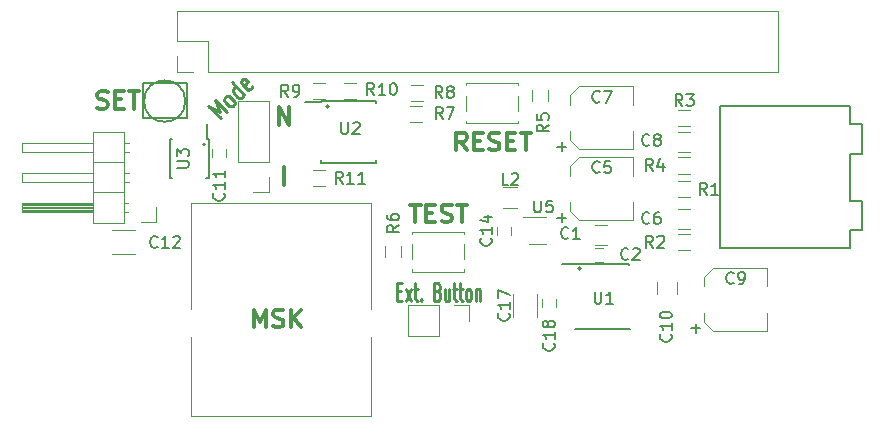
<source format=gto>
G04 #@! TF.FileFunction,Legend,Top*
%FSLAX46Y46*%
G04 Gerber Fmt 4.6, Leading zero omitted, Abs format (unit mm)*
G04 Created by KiCad (PCBNEW 4.0.7) date Sun Mar 11 16:41:06 2018*
%MOMM*%
%LPD*%
G01*
G04 APERTURE LIST*
%ADD10C,0.025400*%
%ADD11C,0.285750*%
%ADD12C,0.300000*%
%ADD13C,0.200000*%
%ADD14C,0.222250*%
%ADD15C,0.150000*%
%ADD16C,0.120000*%
G04 APERTURE END LIST*
D10*
D11*
X110247964Y-102515581D02*
X109187304Y-101454920D01*
X110214326Y-101943127D01*
X109726119Y-100916105D01*
X110786779Y-101976765D01*
X111287108Y-101476436D02*
X111159627Y-101502903D01*
X111070632Y-101490882D01*
X110931130Y-101428354D01*
X110628085Y-101125308D01*
X110565557Y-100985806D01*
X110553535Y-100896812D01*
X110580001Y-100769329D01*
X110695461Y-100653870D01*
X110822943Y-100627404D01*
X110911938Y-100639425D01*
X111051440Y-100701953D01*
X111354485Y-101004998D01*
X111417013Y-101144501D01*
X111429034Y-101233496D01*
X111402568Y-101360976D01*
X111287108Y-101476436D01*
X112249278Y-100514266D02*
X111188618Y-99453606D01*
X112198771Y-100463759D02*
X112172305Y-100591240D01*
X112018358Y-100745187D01*
X111890876Y-100771654D01*
X111801882Y-100759632D01*
X111662380Y-100697104D01*
X111359334Y-100394059D01*
X111296806Y-100254556D01*
X111284785Y-100165562D01*
X111311251Y-100038080D01*
X111465198Y-99884133D01*
X111592679Y-99857667D01*
X112891533Y-99770997D02*
X112865067Y-99898477D01*
X112711120Y-100052424D01*
X112583639Y-100078891D01*
X112444137Y-100016363D01*
X112040076Y-99612301D01*
X111977548Y-99472799D01*
X112004013Y-99345318D01*
X112157960Y-99191370D01*
X112285442Y-99164905D01*
X112424944Y-99227433D01*
X112525959Y-99328448D01*
X112242106Y-99814332D01*
D12*
X115636380Y-108123691D02*
X115636380Y-106623691D01*
X115182409Y-103069091D02*
X115182409Y-101569091D01*
X116039552Y-103069091D01*
X116039552Y-101569091D01*
D13*
X108909502Y-104727320D02*
G75*
G03X108909502Y-104727320I-80322J0D01*
G01*
D12*
X113048295Y-120193691D02*
X113048295Y-118693691D01*
X113548295Y-119765120D01*
X114048295Y-118693691D01*
X114048295Y-120193691D01*
X114691152Y-120122263D02*
X114905438Y-120193691D01*
X115262581Y-120193691D01*
X115405438Y-120122263D01*
X115476867Y-120050834D01*
X115548295Y-119907977D01*
X115548295Y-119765120D01*
X115476867Y-119622263D01*
X115405438Y-119550834D01*
X115262581Y-119479406D01*
X114976867Y-119407977D01*
X114834009Y-119336549D01*
X114762581Y-119265120D01*
X114691152Y-119122263D01*
X114691152Y-118979406D01*
X114762581Y-118836549D01*
X114834009Y-118765120D01*
X114976867Y-118693691D01*
X115334009Y-118693691D01*
X115548295Y-118765120D01*
X116191152Y-120193691D02*
X116191152Y-118693691D01*
X117048295Y-120193691D02*
X116405438Y-119336549D01*
X117048295Y-118693691D02*
X116191152Y-119550834D01*
X99810009Y-101622263D02*
X100024295Y-101693691D01*
X100381438Y-101693691D01*
X100524295Y-101622263D01*
X100595724Y-101550834D01*
X100667152Y-101407977D01*
X100667152Y-101265120D01*
X100595724Y-101122263D01*
X100524295Y-101050834D01*
X100381438Y-100979406D01*
X100095724Y-100907977D01*
X99952866Y-100836549D01*
X99881438Y-100765120D01*
X99810009Y-100622263D01*
X99810009Y-100479406D01*
X99881438Y-100336549D01*
X99952866Y-100265120D01*
X100095724Y-100193691D01*
X100452866Y-100193691D01*
X100667152Y-100265120D01*
X101310009Y-100907977D02*
X101810009Y-100907977D01*
X102024295Y-101693691D02*
X101310009Y-101693691D01*
X101310009Y-100193691D01*
X102024295Y-100193691D01*
X102452866Y-100193691D02*
X103310009Y-100193691D01*
X102881438Y-101693691D02*
X102881438Y-100193691D01*
D13*
X140762180Y-115197320D02*
G75*
G03X140762180Y-115197320I-127000J0D01*
G01*
X119426180Y-101481320D02*
G75*
G03X119426180Y-101481320I-127000J0D01*
G01*
D14*
X125203715Y-117167777D02*
X125500048Y-117167777D01*
X125627048Y-117953491D02*
X125203715Y-117953491D01*
X125203715Y-116453491D01*
X125627048Y-116453491D01*
X125923381Y-117953491D02*
X126389048Y-116953491D01*
X125923381Y-116953491D02*
X126389048Y-117953491D01*
X126600715Y-116953491D02*
X126939381Y-116953491D01*
X126727715Y-116453491D02*
X126727715Y-117739206D01*
X126770048Y-117882063D01*
X126854715Y-117953491D01*
X126939381Y-117953491D01*
X127235715Y-117810634D02*
X127278048Y-117882063D01*
X127235715Y-117953491D01*
X127193381Y-117882063D01*
X127235715Y-117810634D01*
X127235715Y-117953491D01*
X128632714Y-117167777D02*
X128759714Y-117239206D01*
X128802047Y-117310634D01*
X128844381Y-117453491D01*
X128844381Y-117667777D01*
X128802047Y-117810634D01*
X128759714Y-117882063D01*
X128675047Y-117953491D01*
X128336381Y-117953491D01*
X128336381Y-116453491D01*
X128632714Y-116453491D01*
X128717381Y-116524920D01*
X128759714Y-116596349D01*
X128802047Y-116739206D01*
X128802047Y-116882063D01*
X128759714Y-117024920D01*
X128717381Y-117096349D01*
X128632714Y-117167777D01*
X128336381Y-117167777D01*
X129606381Y-116953491D02*
X129606381Y-117953491D01*
X129225381Y-116953491D02*
X129225381Y-117739206D01*
X129267714Y-117882063D01*
X129352381Y-117953491D01*
X129479381Y-117953491D01*
X129564047Y-117882063D01*
X129606381Y-117810634D01*
X129902714Y-116953491D02*
X130241380Y-116953491D01*
X130029714Y-116453491D02*
X130029714Y-117739206D01*
X130072047Y-117882063D01*
X130156714Y-117953491D01*
X130241380Y-117953491D01*
X130410714Y-116953491D02*
X130749380Y-116953491D01*
X130537714Y-116453491D02*
X130537714Y-117739206D01*
X130580047Y-117882063D01*
X130664714Y-117953491D01*
X130749380Y-117953491D01*
X131172714Y-117953491D02*
X131088047Y-117882063D01*
X131045714Y-117810634D01*
X131003380Y-117667777D01*
X131003380Y-117239206D01*
X131045714Y-117096349D01*
X131088047Y-117024920D01*
X131172714Y-116953491D01*
X131299714Y-116953491D01*
X131384380Y-117024920D01*
X131426714Y-117096349D01*
X131469047Y-117239206D01*
X131469047Y-117667777D01*
X131426714Y-117810634D01*
X131384380Y-117882063D01*
X131299714Y-117953491D01*
X131172714Y-117953491D01*
X131850047Y-116953491D02*
X131850047Y-117953491D01*
X131850047Y-117096349D02*
X131892380Y-117024920D01*
X131977047Y-116953491D01*
X132104047Y-116953491D01*
X132188713Y-117024920D01*
X132231047Y-117167777D01*
X132231047Y-117953491D01*
D12*
X126304323Y-109803891D02*
X127161466Y-109803891D01*
X126732895Y-111303891D02*
X126732895Y-109803891D01*
X127661466Y-110518177D02*
X128161466Y-110518177D01*
X128375752Y-111303891D02*
X127661466Y-111303891D01*
X127661466Y-109803891D01*
X128375752Y-109803891D01*
X128947180Y-111232463D02*
X129161466Y-111303891D01*
X129518609Y-111303891D01*
X129661466Y-111232463D01*
X129732895Y-111161034D01*
X129804323Y-111018177D01*
X129804323Y-110875320D01*
X129732895Y-110732463D01*
X129661466Y-110661034D01*
X129518609Y-110589606D01*
X129232895Y-110518177D01*
X129090037Y-110446749D01*
X129018609Y-110375320D01*
X128947180Y-110232463D01*
X128947180Y-110089606D01*
X129018609Y-109946749D01*
X129090037Y-109875320D01*
X129232895Y-109803891D01*
X129590037Y-109803891D01*
X129804323Y-109875320D01*
X130232894Y-109803891D02*
X131090037Y-109803891D01*
X130661466Y-111303891D02*
X130661466Y-109803891D01*
X131060009Y-105207891D02*
X130560009Y-104493606D01*
X130202866Y-105207891D02*
X130202866Y-103707891D01*
X130774294Y-103707891D01*
X130917152Y-103779320D01*
X130988580Y-103850749D01*
X131060009Y-103993606D01*
X131060009Y-104207891D01*
X130988580Y-104350749D01*
X130917152Y-104422177D01*
X130774294Y-104493606D01*
X130202866Y-104493606D01*
X131702866Y-104422177D02*
X132202866Y-104422177D01*
X132417152Y-105207891D02*
X131702866Y-105207891D01*
X131702866Y-103707891D01*
X132417152Y-103707891D01*
X132988580Y-105136463D02*
X133202866Y-105207891D01*
X133560009Y-105207891D01*
X133702866Y-105136463D01*
X133774295Y-105065034D01*
X133845723Y-104922177D01*
X133845723Y-104779320D01*
X133774295Y-104636463D01*
X133702866Y-104565034D01*
X133560009Y-104493606D01*
X133274295Y-104422177D01*
X133131437Y-104350749D01*
X133060009Y-104279320D01*
X132988580Y-104136463D01*
X132988580Y-103993606D01*
X133060009Y-103850749D01*
X133131437Y-103779320D01*
X133274295Y-103707891D01*
X133631437Y-103707891D01*
X133845723Y-103779320D01*
X134488580Y-104422177D02*
X134988580Y-104422177D01*
X135202866Y-105207891D02*
X134488580Y-105207891D01*
X134488580Y-103707891D01*
X135202866Y-103707891D01*
X135631437Y-103707891D02*
X136488580Y-103707891D01*
X136060009Y-105207891D02*
X136060009Y-103707891D01*
D15*
X109259580Y-104246120D02*
X109084580Y-104246120D01*
X109259580Y-107596120D02*
X109009580Y-107596120D01*
X105909580Y-107596120D02*
X106159580Y-107596120D01*
X105909580Y-104246120D02*
X106159580Y-104246120D01*
X109259580Y-104246120D02*
X109259580Y-107596120D01*
X105909580Y-104246120D02*
X105909580Y-107596120D01*
X109084580Y-104246120D02*
X109084580Y-102996120D01*
D16*
X156513180Y-115174320D02*
X156513180Y-116724320D01*
X156513180Y-120504320D02*
X156513180Y-118954320D01*
X151173180Y-119744320D02*
X151173180Y-118954320D01*
X151173180Y-115934320D02*
X151173180Y-116724320D01*
X156513180Y-115174320D02*
X151933180Y-115174320D01*
X151933180Y-115174320D02*
X151173180Y-115934320D01*
X151173180Y-119744320D02*
X151933180Y-120504320D01*
X151933180Y-120504320D02*
X156513180Y-120504320D01*
X137052580Y-119367120D02*
X137052580Y-117367120D01*
X135012580Y-117367120D02*
X135012580Y-119367120D01*
D15*
X163500000Y-112000000D02*
X164000000Y-112000000D01*
X163500000Y-113500000D02*
X163500000Y-112000000D01*
X152500000Y-101500000D02*
X152500000Y-105500000D01*
X153000000Y-101500000D02*
X152500000Y-101500000D01*
X152500000Y-113500000D02*
X153000000Y-113500000D01*
X152500000Y-105500000D02*
X152500000Y-113500000D01*
X163500000Y-103000000D02*
X164500000Y-103000000D01*
X163500000Y-101500000D02*
X163500000Y-103000000D01*
X164000000Y-112000000D02*
X164500000Y-112000000D01*
X164500000Y-105500000D02*
X164500000Y-103000000D01*
X164500000Y-109500000D02*
X164500000Y-112000000D01*
X163500000Y-109500000D02*
X164500000Y-109500000D01*
X163500000Y-105500000D02*
X163500000Y-109500000D01*
X164500000Y-105500000D02*
X163500000Y-105500000D01*
X153000000Y-113500000D02*
X163500000Y-113500000D01*
X163500000Y-101500000D02*
X153000000Y-101500000D01*
D16*
X142636180Y-114654320D02*
X141936180Y-114654320D01*
X141936180Y-113454320D02*
X142636180Y-113454320D01*
X145170000Y-105810000D02*
X145170000Y-107360000D01*
X145170000Y-111140000D02*
X145170000Y-109590000D01*
X139830000Y-110380000D02*
X139830000Y-109590000D01*
X139830000Y-106570000D02*
X139830000Y-107360000D01*
X145170000Y-105810000D02*
X140590000Y-105810000D01*
X140590000Y-105810000D02*
X139830000Y-106570000D01*
X139830000Y-110380000D02*
X140590000Y-111140000D01*
X140590000Y-111140000D02*
X145170000Y-111140000D01*
X145170000Y-99810000D02*
X145170000Y-101360000D01*
X145170000Y-105140000D02*
X145170000Y-103590000D01*
X139830000Y-104380000D02*
X139830000Y-103590000D01*
X139830000Y-100570000D02*
X139830000Y-101360000D01*
X145170000Y-99810000D02*
X140590000Y-99810000D01*
X140590000Y-99810000D02*
X139830000Y-100570000D01*
X139830000Y-104380000D02*
X140590000Y-105140000D01*
X140590000Y-105140000D02*
X145170000Y-105140000D01*
X110724580Y-105063120D02*
X110724580Y-105763120D01*
X109524580Y-105763120D02*
X109524580Y-105063120D01*
X103000000Y-111980000D02*
X101000000Y-111980000D01*
X101000000Y-114020000D02*
X103000000Y-114020000D01*
X107750000Y-127720000D02*
X122990000Y-127720000D01*
X122990000Y-109690000D02*
X122980000Y-118680000D01*
X122990000Y-109690000D02*
X107750000Y-109690000D01*
X107750000Y-109690000D02*
X107750000Y-118690000D01*
X122980000Y-121020000D02*
X122990000Y-127720000D01*
X107750000Y-121010000D02*
X107750000Y-127720000D01*
X102060000Y-111370000D02*
X102060000Y-103630000D01*
X102060000Y-103630000D02*
X99400000Y-103630000D01*
X99400000Y-103630000D02*
X99400000Y-111370000D01*
X99400000Y-111370000D02*
X102060000Y-111370000D01*
X99400000Y-110420000D02*
X93400000Y-110420000D01*
X93400000Y-110420000D02*
X93400000Y-109660000D01*
X93400000Y-109660000D02*
X99400000Y-109660000D01*
X99400000Y-110360000D02*
X93400000Y-110360000D01*
X99400000Y-110240000D02*
X93400000Y-110240000D01*
X99400000Y-110120000D02*
X93400000Y-110120000D01*
X99400000Y-110000000D02*
X93400000Y-110000000D01*
X99400000Y-109880000D02*
X93400000Y-109880000D01*
X99400000Y-109760000D02*
X93400000Y-109760000D01*
X102390000Y-110420000D02*
X102060000Y-110420000D01*
X102390000Y-109660000D02*
X102060000Y-109660000D01*
X102060000Y-108770000D02*
X99400000Y-108770000D01*
X99400000Y-107880000D02*
X93400000Y-107880000D01*
X93400000Y-107880000D02*
X93400000Y-107120000D01*
X93400000Y-107120000D02*
X99400000Y-107120000D01*
X102457071Y-107880000D02*
X102060000Y-107880000D01*
X102457071Y-107120000D02*
X102060000Y-107120000D01*
X102060000Y-106230000D02*
X99400000Y-106230000D01*
X99400000Y-105340000D02*
X93400000Y-105340000D01*
X93400000Y-105340000D02*
X93400000Y-104580000D01*
X93400000Y-104580000D02*
X99400000Y-104580000D01*
X102457071Y-105340000D02*
X102060000Y-105340000D01*
X102457071Y-104580000D02*
X102060000Y-104580000D01*
X104770000Y-110040000D02*
X104770000Y-111310000D01*
X104770000Y-111310000D02*
X103500000Y-111310000D01*
X135362580Y-110103120D02*
X134162580Y-110103120D01*
X134162580Y-108343120D02*
X135362580Y-108343120D01*
X149000000Y-107820000D02*
X150000000Y-107820000D01*
X150000000Y-109180000D02*
X149000000Y-109180000D01*
X149000000Y-112320000D02*
X150000000Y-112320000D01*
X150000000Y-113680000D02*
X149000000Y-113680000D01*
X149000000Y-101820000D02*
X150000000Y-101820000D01*
X150000000Y-103180000D02*
X149000000Y-103180000D01*
X149000000Y-105820000D02*
X150000000Y-105820000D01*
X150000000Y-107180000D02*
X149000000Y-107180000D01*
X126292180Y-101436320D02*
X127292180Y-101436320D01*
X127292180Y-102796320D02*
X126292180Y-102796320D01*
X118037180Y-99531320D02*
X119037180Y-99531320D01*
X119037180Y-100891320D02*
X118037180Y-100891320D01*
X120704180Y-99531320D02*
X121704180Y-99531320D01*
X121704180Y-100891320D02*
X120704180Y-100891320D01*
X119037180Y-108257320D02*
X118037180Y-108257320D01*
X118037180Y-106897320D02*
X119037180Y-106897320D01*
D15*
X103625000Y-99500000D02*
X107375000Y-99500000D01*
X103625000Y-102500000D02*
X103625000Y-99500000D01*
X107375000Y-102500000D02*
X103625000Y-102500000D01*
X107375000Y-99500000D02*
X107375000Y-102500000D01*
X107250000Y-101050000D02*
G75*
G03X107250000Y-101050000I-1750000J0D01*
G01*
X144840180Y-114810320D02*
X144840180Y-114910320D01*
X144865180Y-120335320D02*
X144865180Y-120310320D01*
X140215180Y-120335320D02*
X140215180Y-120310320D01*
X139140180Y-114810320D02*
X144840180Y-114810320D01*
X140215180Y-120335320D02*
X144865180Y-120335320D01*
D16*
X157460000Y-98600000D02*
X157460000Y-93400000D01*
X109140000Y-98600000D02*
X157460000Y-98600000D01*
X106540000Y-93400000D02*
X157460000Y-93400000D01*
X109140000Y-98600000D02*
X109140000Y-96000000D01*
X109140000Y-96000000D02*
X106540000Y-96000000D01*
X106540000Y-96000000D02*
X106540000Y-93400000D01*
X107870000Y-98600000D02*
X106540000Y-98600000D01*
X106540000Y-98600000D02*
X106540000Y-97270000D01*
X126097180Y-118312320D02*
X126097180Y-120972320D01*
X128697180Y-118312320D02*
X126097180Y-118312320D01*
X128697180Y-120972320D02*
X126097180Y-120972320D01*
X128697180Y-118312320D02*
X128697180Y-120972320D01*
X129967180Y-118312320D02*
X131297180Y-118312320D01*
X131297180Y-118312320D02*
X131297180Y-119642320D01*
X137982580Y-100075120D02*
X137982580Y-101075120D01*
X136622580Y-101075120D02*
X136622580Y-100075120D01*
X125536580Y-113283120D02*
X125536580Y-114283120D01*
X124176580Y-114283120D02*
X124176580Y-113283120D01*
D15*
X118752180Y-101015320D02*
X118752180Y-101140320D01*
X123402180Y-101015320D02*
X123402180Y-101240320D01*
X123402180Y-106265320D02*
X123402180Y-106040320D01*
X118752180Y-106265320D02*
X118752180Y-106040320D01*
X118752180Y-101015320D02*
X123402180Y-101015320D01*
X118752180Y-106265320D02*
X123402180Y-106265320D01*
X118752180Y-101140320D02*
X117402180Y-101140320D01*
D16*
X126466580Y-115295120D02*
X126466580Y-115495120D01*
X126466580Y-113145120D02*
X126466580Y-114445120D01*
X126466580Y-112095120D02*
X126466580Y-112295120D01*
X130866580Y-112095120D02*
X126466580Y-112095120D01*
X130866580Y-112295120D02*
X130866580Y-112095120D01*
X130866580Y-114445120D02*
X130866580Y-113145120D01*
X130866580Y-115495120D02*
X130866580Y-115295120D01*
X126466580Y-115495120D02*
X130866580Y-115495120D01*
X135438580Y-99727320D02*
X135438580Y-99527320D01*
X135438580Y-101877320D02*
X135438580Y-100577320D01*
X135438580Y-102927320D02*
X135438580Y-102727320D01*
X131038580Y-102927320D02*
X135438580Y-102927320D01*
X131038580Y-102727320D02*
X131038580Y-102927320D01*
X131038580Y-100577320D02*
X131038580Y-101877320D01*
X131038580Y-99527320D02*
X131038580Y-99727320D01*
X135438580Y-99527320D02*
X131038580Y-99527320D01*
X142937180Y-111553320D02*
X141937180Y-111553320D01*
X141937180Y-113253320D02*
X142937180Y-113253320D01*
X150000000Y-110150000D02*
X149000000Y-110150000D01*
X149000000Y-111850000D02*
X150000000Y-111850000D01*
X150000000Y-103650000D02*
X149000000Y-103650000D01*
X149000000Y-105350000D02*
X150000000Y-105350000D01*
X147151180Y-116360320D02*
X147151180Y-117360320D01*
X148851180Y-117360320D02*
X148851180Y-116360320D01*
X134854580Y-111667120D02*
X134854580Y-112367120D01*
X133654580Y-112367120D02*
X133654580Y-111667120D01*
X137464580Y-118463120D02*
X137464580Y-117763120D01*
X138664580Y-117763120D02*
X138664580Y-118463120D01*
X114342580Y-101035120D02*
X111682580Y-101035120D01*
X114342580Y-106175120D02*
X114342580Y-101035120D01*
X111682580Y-106175120D02*
X111682580Y-101035120D01*
X114342580Y-106175120D02*
X111682580Y-106175120D01*
X114342580Y-107445120D02*
X114342580Y-108775120D01*
X114342580Y-108775120D02*
X113012580Y-108775120D01*
X127388580Y-101013120D02*
X126388580Y-101013120D01*
X126388580Y-99653120D02*
X127388580Y-99653120D01*
X137748580Y-110857120D02*
X135848580Y-110857120D01*
X136348580Y-113177120D02*
X137748580Y-113177120D01*
D15*
X106528961Y-106683025D02*
X107338485Y-106683025D01*
X107433723Y-106635406D01*
X107481342Y-106587787D01*
X107528961Y-106492549D01*
X107528961Y-106302072D01*
X107481342Y-106206834D01*
X107433723Y-106159215D01*
X107338485Y-106111596D01*
X106528961Y-106111596D01*
X106528961Y-105730644D02*
X106528961Y-105111596D01*
X106909913Y-105444930D01*
X106909913Y-105302072D01*
X106957532Y-105206834D01*
X107005151Y-105159215D01*
X107100390Y-105111596D01*
X107338485Y-105111596D01*
X107433723Y-105159215D01*
X107481342Y-105206834D01*
X107528961Y-105302072D01*
X107528961Y-105587787D01*
X107481342Y-105683025D01*
X107433723Y-105730644D01*
X153676514Y-116443463D02*
X153628895Y-116491082D01*
X153486038Y-116538701D01*
X153390800Y-116538701D01*
X153247942Y-116491082D01*
X153152704Y-116395844D01*
X153105085Y-116300606D01*
X153057466Y-116110130D01*
X153057466Y-115967272D01*
X153105085Y-115776796D01*
X153152704Y-115681558D01*
X153247942Y-115586320D01*
X153390800Y-115538701D01*
X153486038Y-115538701D01*
X153628895Y-115586320D01*
X153676514Y-115633939D01*
X154152704Y-116538701D02*
X154343180Y-116538701D01*
X154438419Y-116491082D01*
X154486038Y-116443463D01*
X154581276Y-116300606D01*
X154628895Y-116110130D01*
X154628895Y-115729177D01*
X154581276Y-115633939D01*
X154533657Y-115586320D01*
X154438419Y-115538701D01*
X154247942Y-115538701D01*
X154152704Y-115586320D01*
X154105085Y-115633939D01*
X154057466Y-115729177D01*
X154057466Y-115967272D01*
X154105085Y-116062510D01*
X154152704Y-116110130D01*
X154247942Y-116157749D01*
X154438419Y-116157749D01*
X154533657Y-116110130D01*
X154581276Y-116062510D01*
X154628895Y-115967272D01*
X150082228Y-120275749D02*
X150844133Y-120275749D01*
X150463181Y-120656701D02*
X150463181Y-119894796D01*
X134611723Y-119009977D02*
X134659342Y-119057596D01*
X134706961Y-119200453D01*
X134706961Y-119295691D01*
X134659342Y-119438549D01*
X134564104Y-119533787D01*
X134468866Y-119581406D01*
X134278390Y-119629025D01*
X134135532Y-119629025D01*
X133945056Y-119581406D01*
X133849818Y-119533787D01*
X133754580Y-119438549D01*
X133706961Y-119295691D01*
X133706961Y-119200453D01*
X133754580Y-119057596D01*
X133802199Y-119009977D01*
X134706961Y-118057596D02*
X134706961Y-118629025D01*
X134706961Y-118343311D02*
X133706961Y-118343311D01*
X133849818Y-118438549D01*
X133945056Y-118533787D01*
X133992675Y-118629025D01*
X133706961Y-117724263D02*
X133706961Y-117057596D01*
X134706961Y-117486168D01*
X144755914Y-114406263D02*
X144708295Y-114453882D01*
X144565438Y-114501501D01*
X144470200Y-114501501D01*
X144327342Y-114453882D01*
X144232104Y-114358644D01*
X144184485Y-114263406D01*
X144136866Y-114072930D01*
X144136866Y-113930072D01*
X144184485Y-113739596D01*
X144232104Y-113644358D01*
X144327342Y-113549120D01*
X144470200Y-113501501D01*
X144565438Y-113501501D01*
X144708295Y-113549120D01*
X144755914Y-113596739D01*
X145136866Y-113596739D02*
X145184485Y-113549120D01*
X145279723Y-113501501D01*
X145517819Y-113501501D01*
X145613057Y-113549120D01*
X145660676Y-113596739D01*
X145708295Y-113691977D01*
X145708295Y-113787215D01*
X145660676Y-113930072D01*
X145089247Y-114501501D01*
X145708295Y-114501501D01*
X142333334Y-107045463D02*
X142285715Y-107093082D01*
X142142858Y-107140701D01*
X142047620Y-107140701D01*
X141904762Y-107093082D01*
X141809524Y-106997844D01*
X141761905Y-106902606D01*
X141714286Y-106712130D01*
X141714286Y-106569272D01*
X141761905Y-106378796D01*
X141809524Y-106283558D01*
X141904762Y-106188320D01*
X142047620Y-106140701D01*
X142142858Y-106140701D01*
X142285715Y-106188320D01*
X142333334Y-106235939D01*
X143238096Y-106140701D02*
X142761905Y-106140701D01*
X142714286Y-106616891D01*
X142761905Y-106569272D01*
X142857143Y-106521653D01*
X143095239Y-106521653D01*
X143190477Y-106569272D01*
X143238096Y-106616891D01*
X143285715Y-106712130D01*
X143285715Y-106950225D01*
X143238096Y-107045463D01*
X143190477Y-107093082D01*
X143095239Y-107140701D01*
X142857143Y-107140701D01*
X142761905Y-107093082D01*
X142714286Y-107045463D01*
X138739048Y-110911429D02*
X139500953Y-110911429D01*
X139120001Y-111292381D02*
X139120001Y-110530476D01*
X142333334Y-101076463D02*
X142285715Y-101124082D01*
X142142858Y-101171701D01*
X142047620Y-101171701D01*
X141904762Y-101124082D01*
X141809524Y-101028844D01*
X141761905Y-100933606D01*
X141714286Y-100743130D01*
X141714286Y-100600272D01*
X141761905Y-100409796D01*
X141809524Y-100314558D01*
X141904762Y-100219320D01*
X142047620Y-100171701D01*
X142142858Y-100171701D01*
X142285715Y-100219320D01*
X142333334Y-100266939D01*
X142666667Y-100171701D02*
X143333334Y-100171701D01*
X142904762Y-101171701D01*
X138739048Y-104911429D02*
X139500953Y-104911429D01*
X139120001Y-105292381D02*
X139120001Y-104530476D01*
X110481723Y-108849977D02*
X110529342Y-108897596D01*
X110576961Y-109040453D01*
X110576961Y-109135691D01*
X110529342Y-109278549D01*
X110434104Y-109373787D01*
X110338866Y-109421406D01*
X110148390Y-109469025D01*
X110005532Y-109469025D01*
X109815056Y-109421406D01*
X109719818Y-109373787D01*
X109624580Y-109278549D01*
X109576961Y-109135691D01*
X109576961Y-109040453D01*
X109624580Y-108897596D01*
X109672199Y-108849977D01*
X110576961Y-107897596D02*
X110576961Y-108469025D01*
X110576961Y-108183311D02*
X109576961Y-108183311D01*
X109719818Y-108278549D01*
X109815056Y-108373787D01*
X109862675Y-108469025D01*
X110576961Y-106945215D02*
X110576961Y-107516644D01*
X110576961Y-107230930D02*
X109576961Y-107230930D01*
X109719818Y-107326168D01*
X109815056Y-107421406D01*
X109862675Y-107516644D01*
X104897143Y-113375143D02*
X104849524Y-113422762D01*
X104706667Y-113470381D01*
X104611429Y-113470381D01*
X104468571Y-113422762D01*
X104373333Y-113327524D01*
X104325714Y-113232286D01*
X104278095Y-113041810D01*
X104278095Y-112898952D01*
X104325714Y-112708476D01*
X104373333Y-112613238D01*
X104468571Y-112518000D01*
X104611429Y-112470381D01*
X104706667Y-112470381D01*
X104849524Y-112518000D01*
X104897143Y-112565619D01*
X105849524Y-113470381D02*
X105278095Y-113470381D01*
X105563809Y-113470381D02*
X105563809Y-112470381D01*
X105468571Y-112613238D01*
X105373333Y-112708476D01*
X105278095Y-112756095D01*
X106230476Y-112565619D02*
X106278095Y-112518000D01*
X106373333Y-112470381D01*
X106611429Y-112470381D01*
X106706667Y-112518000D01*
X106754286Y-112565619D01*
X106801905Y-112660857D01*
X106801905Y-112756095D01*
X106754286Y-112898952D01*
X106182857Y-113470381D01*
X106801905Y-113470381D01*
X134595914Y-108151501D02*
X134119723Y-108151501D01*
X134119723Y-107151501D01*
X134881628Y-107246739D02*
X134929247Y-107199120D01*
X135024485Y-107151501D01*
X135262581Y-107151501D01*
X135357819Y-107199120D01*
X135405438Y-107246739D01*
X135453057Y-107341977D01*
X135453057Y-107437215D01*
X135405438Y-107580072D01*
X134834009Y-108151501D01*
X135453057Y-108151501D01*
X151410714Y-108967501D02*
X151077380Y-108491310D01*
X150839285Y-108967501D02*
X150839285Y-107967501D01*
X151220238Y-107967501D01*
X151315476Y-108015120D01*
X151363095Y-108062739D01*
X151410714Y-108157977D01*
X151410714Y-108300834D01*
X151363095Y-108396072D01*
X151315476Y-108443691D01*
X151220238Y-108491310D01*
X150839285Y-108491310D01*
X152363095Y-108967501D02*
X151791666Y-108967501D01*
X152077380Y-108967501D02*
X152077380Y-107967501D01*
X151982142Y-108110358D01*
X151886904Y-108205596D01*
X151791666Y-108253215D01*
X146833334Y-113452381D02*
X146500000Y-112976190D01*
X146261905Y-113452381D02*
X146261905Y-112452381D01*
X146642858Y-112452381D01*
X146738096Y-112500000D01*
X146785715Y-112547619D01*
X146833334Y-112642857D01*
X146833334Y-112785714D01*
X146785715Y-112880952D01*
X146738096Y-112928571D01*
X146642858Y-112976190D01*
X146261905Y-112976190D01*
X147214286Y-112547619D02*
X147261905Y-112500000D01*
X147357143Y-112452381D01*
X147595239Y-112452381D01*
X147690477Y-112500000D01*
X147738096Y-112547619D01*
X147785715Y-112642857D01*
X147785715Y-112738095D01*
X147738096Y-112880952D01*
X147166667Y-113452381D01*
X147785715Y-113452381D01*
X149333334Y-101452381D02*
X149000000Y-100976190D01*
X148761905Y-101452381D02*
X148761905Y-100452381D01*
X149142858Y-100452381D01*
X149238096Y-100500000D01*
X149285715Y-100547619D01*
X149333334Y-100642857D01*
X149333334Y-100785714D01*
X149285715Y-100880952D01*
X149238096Y-100928571D01*
X149142858Y-100976190D01*
X148761905Y-100976190D01*
X149666667Y-100452381D02*
X150285715Y-100452381D01*
X149952381Y-100833333D01*
X150095239Y-100833333D01*
X150190477Y-100880952D01*
X150238096Y-100928571D01*
X150285715Y-101023810D01*
X150285715Y-101261905D01*
X150238096Y-101357143D01*
X150190477Y-101404762D01*
X150095239Y-101452381D01*
X149809524Y-101452381D01*
X149714286Y-101404762D01*
X149666667Y-101357143D01*
X146833334Y-106952381D02*
X146500000Y-106476190D01*
X146261905Y-106952381D02*
X146261905Y-105952381D01*
X146642858Y-105952381D01*
X146738096Y-106000000D01*
X146785715Y-106047619D01*
X146833334Y-106142857D01*
X146833334Y-106285714D01*
X146785715Y-106380952D01*
X146738096Y-106428571D01*
X146642858Y-106476190D01*
X146261905Y-106476190D01*
X147690477Y-106285714D02*
X147690477Y-106952381D01*
X147452381Y-105904762D02*
X147214286Y-106619048D01*
X147833334Y-106619048D01*
X129038514Y-102568701D02*
X128705180Y-102092510D01*
X128467085Y-102568701D02*
X128467085Y-101568701D01*
X128848038Y-101568701D01*
X128943276Y-101616320D01*
X128990895Y-101663939D01*
X129038514Y-101759177D01*
X129038514Y-101902034D01*
X128990895Y-101997272D01*
X128943276Y-102044891D01*
X128848038Y-102092510D01*
X128467085Y-102092510D01*
X129371847Y-101568701D02*
X130038514Y-101568701D01*
X129609942Y-102568701D01*
X115957514Y-100663701D02*
X115624180Y-100187510D01*
X115386085Y-100663701D02*
X115386085Y-99663701D01*
X115767038Y-99663701D01*
X115862276Y-99711320D01*
X115909895Y-99758939D01*
X115957514Y-99854177D01*
X115957514Y-99997034D01*
X115909895Y-100092272D01*
X115862276Y-100139891D01*
X115767038Y-100187510D01*
X115386085Y-100187510D01*
X116433704Y-100663701D02*
X116624180Y-100663701D01*
X116719419Y-100616082D01*
X116767038Y-100568463D01*
X116862276Y-100425606D01*
X116909895Y-100235130D01*
X116909895Y-99854177D01*
X116862276Y-99758939D01*
X116814657Y-99711320D01*
X116719419Y-99663701D01*
X116528942Y-99663701D01*
X116433704Y-99711320D01*
X116386085Y-99758939D01*
X116338466Y-99854177D01*
X116338466Y-100092272D01*
X116386085Y-100187510D01*
X116433704Y-100235130D01*
X116528942Y-100282749D01*
X116719419Y-100282749D01*
X116814657Y-100235130D01*
X116862276Y-100187510D01*
X116909895Y-100092272D01*
X123228323Y-100536701D02*
X122894989Y-100060510D01*
X122656894Y-100536701D02*
X122656894Y-99536701D01*
X123037847Y-99536701D01*
X123133085Y-99584320D01*
X123180704Y-99631939D01*
X123228323Y-99727177D01*
X123228323Y-99870034D01*
X123180704Y-99965272D01*
X123133085Y-100012891D01*
X123037847Y-100060510D01*
X122656894Y-100060510D01*
X124180704Y-100536701D02*
X123609275Y-100536701D01*
X123894989Y-100536701D02*
X123894989Y-99536701D01*
X123799751Y-99679558D01*
X123704513Y-99774796D01*
X123609275Y-99822415D01*
X124799751Y-99536701D02*
X124894990Y-99536701D01*
X124990228Y-99584320D01*
X125037847Y-99631939D01*
X125085466Y-99727177D01*
X125133085Y-99917653D01*
X125133085Y-100155749D01*
X125085466Y-100346225D01*
X125037847Y-100441463D01*
X124990228Y-100489082D01*
X124894990Y-100536701D01*
X124799751Y-100536701D01*
X124704513Y-100489082D01*
X124656894Y-100441463D01*
X124609275Y-100346225D01*
X124561656Y-100155749D01*
X124561656Y-99917653D01*
X124609275Y-99727177D01*
X124656894Y-99631939D01*
X124704513Y-99584320D01*
X124799751Y-99536701D01*
X120561323Y-108029701D02*
X120227989Y-107553510D01*
X119989894Y-108029701D02*
X119989894Y-107029701D01*
X120370847Y-107029701D01*
X120466085Y-107077320D01*
X120513704Y-107124939D01*
X120561323Y-107220177D01*
X120561323Y-107363034D01*
X120513704Y-107458272D01*
X120466085Y-107505891D01*
X120370847Y-107553510D01*
X119989894Y-107553510D01*
X121513704Y-108029701D02*
X120942275Y-108029701D01*
X121227989Y-108029701D02*
X121227989Y-107029701D01*
X121132751Y-107172558D01*
X121037513Y-107267796D01*
X120942275Y-107315415D01*
X122466085Y-108029701D02*
X121894656Y-108029701D01*
X122180370Y-108029701D02*
X122180370Y-107029701D01*
X122085132Y-107172558D01*
X121989894Y-107267796D01*
X121894656Y-107315415D01*
X141905275Y-117189701D02*
X141905275Y-117999225D01*
X141952894Y-118094463D01*
X142000513Y-118142082D01*
X142095751Y-118189701D01*
X142286228Y-118189701D01*
X142381466Y-118142082D01*
X142429085Y-118094463D01*
X142476704Y-117999225D01*
X142476704Y-117189701D01*
X143476704Y-118189701D02*
X142905275Y-118189701D01*
X143190989Y-118189701D02*
X143190989Y-117189701D01*
X143095751Y-117332558D01*
X143000513Y-117427796D01*
X142905275Y-117475415D01*
X138008961Y-103039786D02*
X137532770Y-103373120D01*
X138008961Y-103611215D02*
X137008961Y-103611215D01*
X137008961Y-103230262D01*
X137056580Y-103135024D01*
X137104199Y-103087405D01*
X137199437Y-103039786D01*
X137342294Y-103039786D01*
X137437532Y-103087405D01*
X137485151Y-103135024D01*
X137532770Y-103230262D01*
X137532770Y-103611215D01*
X137008961Y-102135024D02*
X137008961Y-102611215D01*
X137485151Y-102658834D01*
X137437532Y-102611215D01*
X137389913Y-102515977D01*
X137389913Y-102277881D01*
X137437532Y-102182643D01*
X137485151Y-102135024D01*
X137580390Y-102087405D01*
X137818485Y-102087405D01*
X137913723Y-102135024D01*
X137961342Y-102182643D01*
X138008961Y-102277881D01*
X138008961Y-102515977D01*
X137961342Y-102611215D01*
X137913723Y-102658834D01*
X125308961Y-111536786D02*
X124832770Y-111870120D01*
X125308961Y-112108215D02*
X124308961Y-112108215D01*
X124308961Y-111727262D01*
X124356580Y-111632024D01*
X124404199Y-111584405D01*
X124499437Y-111536786D01*
X124642294Y-111536786D01*
X124737532Y-111584405D01*
X124785151Y-111632024D01*
X124832770Y-111727262D01*
X124832770Y-112108215D01*
X124308961Y-110679643D02*
X124308961Y-110870120D01*
X124356580Y-110965358D01*
X124404199Y-111012977D01*
X124547056Y-111108215D01*
X124737532Y-111155834D01*
X125118485Y-111155834D01*
X125213723Y-111108215D01*
X125261342Y-111060596D01*
X125308961Y-110965358D01*
X125308961Y-110774881D01*
X125261342Y-110679643D01*
X125213723Y-110632024D01*
X125118485Y-110584405D01*
X124880390Y-110584405D01*
X124785151Y-110632024D01*
X124737532Y-110679643D01*
X124689913Y-110774881D01*
X124689913Y-110965358D01*
X124737532Y-111060596D01*
X124785151Y-111108215D01*
X124880390Y-111155834D01*
X120442275Y-102838701D02*
X120442275Y-103648225D01*
X120489894Y-103743463D01*
X120537513Y-103791082D01*
X120632751Y-103838701D01*
X120823228Y-103838701D01*
X120918466Y-103791082D01*
X120966085Y-103743463D01*
X121013704Y-103648225D01*
X121013704Y-102838701D01*
X121442275Y-102933939D02*
X121489894Y-102886320D01*
X121585132Y-102838701D01*
X121823228Y-102838701D01*
X121918466Y-102886320D01*
X121966085Y-102933939D01*
X122013704Y-103029177D01*
X122013704Y-103124415D01*
X121966085Y-103267272D01*
X121394656Y-103838701D01*
X122013704Y-103838701D01*
X139675914Y-112628263D02*
X139628295Y-112675882D01*
X139485438Y-112723501D01*
X139390200Y-112723501D01*
X139247342Y-112675882D01*
X139152104Y-112580644D01*
X139104485Y-112485406D01*
X139056866Y-112294930D01*
X139056866Y-112152072D01*
X139104485Y-111961596D01*
X139152104Y-111866358D01*
X139247342Y-111771120D01*
X139390200Y-111723501D01*
X139485438Y-111723501D01*
X139628295Y-111771120D01*
X139675914Y-111818739D01*
X140628295Y-112723501D02*
X140056866Y-112723501D01*
X140342580Y-112723501D02*
X140342580Y-111723501D01*
X140247342Y-111866358D01*
X140152104Y-111961596D01*
X140056866Y-112009215D01*
X146533914Y-111358263D02*
X146486295Y-111405882D01*
X146343438Y-111453501D01*
X146248200Y-111453501D01*
X146105342Y-111405882D01*
X146010104Y-111310644D01*
X145962485Y-111215406D01*
X145914866Y-111024930D01*
X145914866Y-110882072D01*
X145962485Y-110691596D01*
X146010104Y-110596358D01*
X146105342Y-110501120D01*
X146248200Y-110453501D01*
X146343438Y-110453501D01*
X146486295Y-110501120D01*
X146533914Y-110548739D01*
X147391057Y-110453501D02*
X147200580Y-110453501D01*
X147105342Y-110501120D01*
X147057723Y-110548739D01*
X146962485Y-110691596D01*
X146914866Y-110882072D01*
X146914866Y-111263025D01*
X146962485Y-111358263D01*
X147010104Y-111405882D01*
X147105342Y-111453501D01*
X147295819Y-111453501D01*
X147391057Y-111405882D01*
X147438676Y-111358263D01*
X147486295Y-111263025D01*
X147486295Y-111024930D01*
X147438676Y-110929691D01*
X147391057Y-110882072D01*
X147295819Y-110834453D01*
X147105342Y-110834453D01*
X147010104Y-110882072D01*
X146962485Y-110929691D01*
X146914866Y-111024930D01*
X146533914Y-104754263D02*
X146486295Y-104801882D01*
X146343438Y-104849501D01*
X146248200Y-104849501D01*
X146105342Y-104801882D01*
X146010104Y-104706644D01*
X145962485Y-104611406D01*
X145914866Y-104420930D01*
X145914866Y-104278072D01*
X145962485Y-104087596D01*
X146010104Y-103992358D01*
X146105342Y-103897120D01*
X146248200Y-103849501D01*
X146343438Y-103849501D01*
X146486295Y-103897120D01*
X146533914Y-103944739D01*
X147105342Y-104278072D02*
X147010104Y-104230453D01*
X146962485Y-104182834D01*
X146914866Y-104087596D01*
X146914866Y-104039977D01*
X146962485Y-103944739D01*
X147010104Y-103897120D01*
X147105342Y-103849501D01*
X147295819Y-103849501D01*
X147391057Y-103897120D01*
X147438676Y-103944739D01*
X147486295Y-104039977D01*
X147486295Y-104087596D01*
X147438676Y-104182834D01*
X147391057Y-104230453D01*
X147295819Y-104278072D01*
X147105342Y-104278072D01*
X147010104Y-104325691D01*
X146962485Y-104373310D01*
X146914866Y-104468549D01*
X146914866Y-104659025D01*
X146962485Y-104754263D01*
X147010104Y-104801882D01*
X147105342Y-104849501D01*
X147295819Y-104849501D01*
X147391057Y-104801882D01*
X147438676Y-104754263D01*
X147486295Y-104659025D01*
X147486295Y-104468549D01*
X147438676Y-104373310D01*
X147391057Y-104325691D01*
X147295819Y-104278072D01*
X148327723Y-120787977D02*
X148375342Y-120835596D01*
X148422961Y-120978453D01*
X148422961Y-121073691D01*
X148375342Y-121216549D01*
X148280104Y-121311787D01*
X148184866Y-121359406D01*
X147994390Y-121407025D01*
X147851532Y-121407025D01*
X147661056Y-121359406D01*
X147565818Y-121311787D01*
X147470580Y-121216549D01*
X147422961Y-121073691D01*
X147422961Y-120978453D01*
X147470580Y-120835596D01*
X147518199Y-120787977D01*
X148422961Y-119835596D02*
X148422961Y-120407025D01*
X148422961Y-120121311D02*
X147422961Y-120121311D01*
X147565818Y-120216549D01*
X147661056Y-120311787D01*
X147708675Y-120407025D01*
X147422961Y-119216549D02*
X147422961Y-119121310D01*
X147470580Y-119026072D01*
X147518199Y-118978453D01*
X147613437Y-118930834D01*
X147803913Y-118883215D01*
X148042009Y-118883215D01*
X148232485Y-118930834D01*
X148327723Y-118978453D01*
X148375342Y-119026072D01*
X148422961Y-119121310D01*
X148422961Y-119216549D01*
X148375342Y-119311787D01*
X148327723Y-119359406D01*
X148232485Y-119407025D01*
X148042009Y-119454644D01*
X147803913Y-119454644D01*
X147613437Y-119407025D01*
X147518199Y-119359406D01*
X147470580Y-119311787D01*
X147422961Y-119216549D01*
X133111723Y-112659977D02*
X133159342Y-112707596D01*
X133206961Y-112850453D01*
X133206961Y-112945691D01*
X133159342Y-113088549D01*
X133064104Y-113183787D01*
X132968866Y-113231406D01*
X132778390Y-113279025D01*
X132635532Y-113279025D01*
X132445056Y-113231406D01*
X132349818Y-113183787D01*
X132254580Y-113088549D01*
X132206961Y-112945691D01*
X132206961Y-112850453D01*
X132254580Y-112707596D01*
X132302199Y-112659977D01*
X133206961Y-111707596D02*
X133206961Y-112279025D01*
X133206961Y-111993311D02*
X132206961Y-111993311D01*
X132349818Y-112088549D01*
X132445056Y-112183787D01*
X132492675Y-112279025D01*
X132540294Y-110850453D02*
X133206961Y-110850453D01*
X132159342Y-111088549D02*
X132873628Y-111326644D01*
X132873628Y-110707596D01*
X138421723Y-121549977D02*
X138469342Y-121597596D01*
X138516961Y-121740453D01*
X138516961Y-121835691D01*
X138469342Y-121978549D01*
X138374104Y-122073787D01*
X138278866Y-122121406D01*
X138088390Y-122169025D01*
X137945532Y-122169025D01*
X137755056Y-122121406D01*
X137659818Y-122073787D01*
X137564580Y-121978549D01*
X137516961Y-121835691D01*
X137516961Y-121740453D01*
X137564580Y-121597596D01*
X137612199Y-121549977D01*
X138516961Y-120597596D02*
X138516961Y-121169025D01*
X138516961Y-120883311D02*
X137516961Y-120883311D01*
X137659818Y-120978549D01*
X137755056Y-121073787D01*
X137802675Y-121169025D01*
X137945532Y-120026168D02*
X137897913Y-120121406D01*
X137850294Y-120169025D01*
X137755056Y-120216644D01*
X137707437Y-120216644D01*
X137612199Y-120169025D01*
X137564580Y-120121406D01*
X137516961Y-120026168D01*
X137516961Y-119835691D01*
X137564580Y-119740453D01*
X137612199Y-119692834D01*
X137707437Y-119645215D01*
X137755056Y-119645215D01*
X137850294Y-119692834D01*
X137897913Y-119740453D01*
X137945532Y-119835691D01*
X137945532Y-120026168D01*
X137993151Y-120121406D01*
X138040770Y-120169025D01*
X138136009Y-120216644D01*
X138326485Y-120216644D01*
X138421723Y-120169025D01*
X138469342Y-120121406D01*
X138516961Y-120026168D01*
X138516961Y-119835691D01*
X138469342Y-119740453D01*
X138421723Y-119692834D01*
X138326485Y-119645215D01*
X138136009Y-119645215D01*
X138040770Y-119692834D01*
X137993151Y-119740453D01*
X137945532Y-119835691D01*
X129007914Y-100785501D02*
X128674580Y-100309310D01*
X128436485Y-100785501D02*
X128436485Y-99785501D01*
X128817438Y-99785501D01*
X128912676Y-99833120D01*
X128960295Y-99880739D01*
X129007914Y-99975977D01*
X129007914Y-100118834D01*
X128960295Y-100214072D01*
X128912676Y-100261691D01*
X128817438Y-100309310D01*
X128436485Y-100309310D01*
X129579342Y-100214072D02*
X129484104Y-100166453D01*
X129436485Y-100118834D01*
X129388866Y-100023596D01*
X129388866Y-99975977D01*
X129436485Y-99880739D01*
X129484104Y-99833120D01*
X129579342Y-99785501D01*
X129769819Y-99785501D01*
X129865057Y-99833120D01*
X129912676Y-99880739D01*
X129960295Y-99975977D01*
X129960295Y-100023596D01*
X129912676Y-100118834D01*
X129865057Y-100166453D01*
X129769819Y-100214072D01*
X129579342Y-100214072D01*
X129484104Y-100261691D01*
X129436485Y-100309310D01*
X129388866Y-100404549D01*
X129388866Y-100595025D01*
X129436485Y-100690263D01*
X129484104Y-100737882D01*
X129579342Y-100785501D01*
X129769819Y-100785501D01*
X129865057Y-100737882D01*
X129912676Y-100690263D01*
X129960295Y-100595025D01*
X129960295Y-100404549D01*
X129912676Y-100309310D01*
X129865057Y-100261691D01*
X129769819Y-100214072D01*
X136794675Y-109469501D02*
X136794675Y-110279025D01*
X136842294Y-110374263D01*
X136889913Y-110421882D01*
X136985151Y-110469501D01*
X137175628Y-110469501D01*
X137270866Y-110421882D01*
X137318485Y-110374263D01*
X137366104Y-110279025D01*
X137366104Y-109469501D01*
X138318485Y-109469501D02*
X137842294Y-109469501D01*
X137794675Y-109945691D01*
X137842294Y-109898072D01*
X137937532Y-109850453D01*
X138175628Y-109850453D01*
X138270866Y-109898072D01*
X138318485Y-109945691D01*
X138366104Y-110040930D01*
X138366104Y-110279025D01*
X138318485Y-110374263D01*
X138270866Y-110421882D01*
X138175628Y-110469501D01*
X137937532Y-110469501D01*
X137842294Y-110421882D01*
X137794675Y-110374263D01*
M02*

</source>
